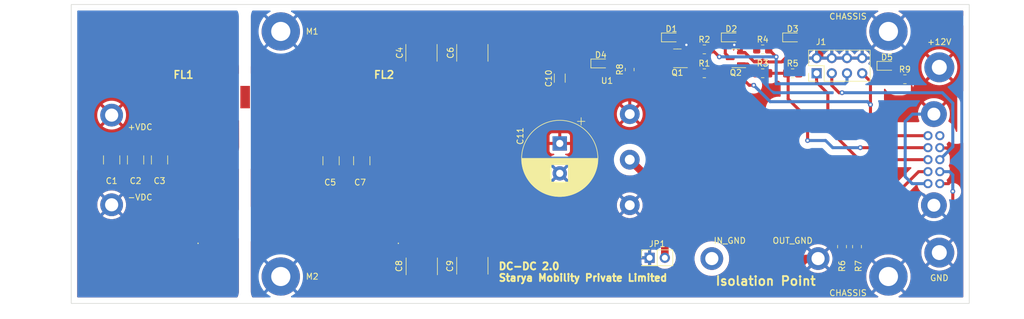
<source format=kicad_pcb>
(kicad_pcb (version 20211014) (generator pcbnew)
  (title_block (rev "1.1"))
  (layers (0 "F.Cu" signal) (31 "B.Cu" signal) (34 "B.Paste" user) (35 "F.Paste" user) (36 "B.SilkS" user "B.Silkscreen") (37 "F.SilkS" user "F.Silkscreen") (38 "B.Mask" user) (39 "F.Mask" user) (44 "Edge.Cuts" user))
  (net 0 "")
  (net 1 "+VDC")
  (net 2 "-VDC")
  (net 3 "Net-(C5-Pad1)")
  (net 4 "GNDREF")
  (net 5 "Net-(C5-Pad2)")
  (net 6 "VIN")
  (net 7 "GND")
  (net 8 "+12V")
  (net 9 "Net-(D1-Pad2)")
  (net 10 "Net-(D2-Pad2)")
  (net 11 "Net-(D1-Pad1)")
  (net 12 "Net-(D3-Pad2)")
  (net 13 "Net-(D2-Pad1)")
  (net 14 "Net-(D4-Pad2)")
  (net 15 "SMB_ALERT")
  (net 16 "+3V3")
  (net 17 "Net-(D5-Pad2)")
  (net 18 "Net-(J1-Pad1)")
  (net 19 "~{EN}")
  (net 20 "Net-(Q1-Pad1)")
  (net 21 "Net-(J1-Pad3)")
  (net 24 "P_GOOD")
  (net 30 "Net-(R6-Pad1)")
  (net 31 "Net-(R7-Pad1)")
  (net 32 "Net-(Q2-Pad1)")
  (footprint "Capacitor_SMD:C_2220_5650Metric_Pad1.97x5.40mm_HandSolder" (layer "F.Cu") (at 78.55 104.3 -90)
    (fp_text reference "C8" (at -0.05 3.8 90) (layer "F.SilkS"))
    (fp_text value "GRM55DR72J224KW01L")
    (pad "1" smd roundrect (at -2.6375 0 270) (size 1.975 5.4) (layers "F.Cu" "F.Paste" "F.Mask") (roundrect_rratio 0.1265817722) (net 5 "Net-(C5-Pad2)"))
    (pad "2" smd roundrect (at 2.6375 0 270) (size 1.975 5.4) (layers "F.Cu" "F.Paste" "F.Mask") (roundrect_rratio 0.1265817722) (net 4 "GNDREF"))
  )
  (footprint "MountingHole:MountingHole_2.2mm_M2_DIN965_Pad_TopBottom" (layer "F.Cu") (at 26.75 79)
    (fp_text reference "+VDC" (at 4.75 2) (layer "F.SilkS"))
    (fp_text value "MountingHole_2.2mm_M2_DIN965_Pad_TopBottom")
    (pad "1" connect circle (at 0 0) (size 3.8 3.8) (layers "B.Cu" "B.Mask") (net 1 "+VDC"))
    (pad "1" connect circle (at 0 0) (size 3.8 3.8) (layers "F.Cu" "F.Mask") (net 1 "+VDC"))
    (pad "1" thru_hole circle (at 0 0) (size 2.6 2.6) (drill 2.2) (layers *.Cu *.Mask) (net 1 "+VDC"))
  )
  (footprint "MountingHole:MountingHole_2.5mm_Pad_TopBottom" (layer "F.Cu") (at 165 102)
    (fp_text reference "GND" (at 0 4.25) (layer "F.SilkS"))
    (fp_text value "MountingHole_2.5mm_Pad_TopBottom")
    (pad "1" connect circle (at 0 0) (size 5 5) (layers "F.Cu" "F.Mask") (net 4 "GNDREF"))
    (pad "1" connect circle (at 0 0) (size 5 5) (layers "B.Cu" "B.Mask") (net 4 "GNDREF"))
    (pad "1" thru_hole circle (at 0 0) (size 2.9 2.9) (drill 2.5) (layers *.Cu *.Mask) (net 4 "GNDREF"))
  )
  (footprint "Capacitor_SMD:C_1210_3225Metric_Pad1.33x2.70mm_HandSolder" (layer "F.Cu") (at 63.4 86.635 -90)
    (fp_text reference "C5" (at 3.615 0.15 180) (layer "F.SilkS"))
    (fp_text value "GRM32ER72A105KA01L")
    (pad "1" smd roundrect (at -1.5625 0 270) (size 1.325 2.7) (layers "F.Cu" "F.Paste" "F.Mask") (roundrect_rratio 0.1886792453) (net 3 "Net-(C5-Pad1)"))
    (pad "2" smd roundrect (at 1.5625 0 270) (size 1.325 2.7) (layers "F.Cu" "F.Paste" "F.Mask") (roundrect_rratio 0.1886792453) (net 5 "Net-(C5-Pad2)"))
  )
  (footprint "PH9407_504NLT:PH9407_504NLT" (layer "F.Cu") (at 49.05 86.36)
    (fp_text reference "FL1" (at -10.3 -14.11) (layer "F.SilkS") (effects (font (size 1.27 1.27) (thickness 0.254))))
    (fp_text value "PH9407.504NLT" hide)
    (pad "1" smd rect (at -7.875 10.875) (size 1.6 3.75) (layers "F.Cu" "F.Paste" "F.Mask"))
    (pad "2" smd rect (at -5.08 10.875) (size 1.6 3.75) (layers "F.Cu" "F.Paste" "F.Mask") (net 2 "-VDC"))
    (pad "3" smd rect (at -2.285 10.875) (size 1.6 3.75) (layers "F.Cu" "F.Paste" "F.Mask") (net 2 "-VDC"))
    (pad "4" smd rect (at 2.285 10.875) (size 1.6 3.75) (layers "F.Cu" "F.Paste" "F.Mask"))
    (pad "5" smd rect (at 5.08 10.875) (size 1.6 3.75) (layers "F.Cu" "F.Paste" "F.Mask") (net 5 "Net-(C5-Pad2)"))
    (pad "6" smd rect (at 7.875 10.875) (size 1.6 3.75) (layers "F.Cu" "F.Paste" "F.Mask") (net 5 "Net-(C5-Pad2)"))
    (pad "7" smd rect (at 6.35 -10.375) (size 1.6 3.75) (layers "F.Cu" "F.Paste" "F.Mask") (net 3 "Net-(C5-Pad1)"))
    (pad "8" smd rect (at 3.175 -10.375) (size 1.6 3.75) (layers "F.Cu" "F.Paste" "F.Mask") (net 3 "Net-(C5-Pad1)"))
    (pad "9" smd rect (at 0 -10.375) (size 1.6 3.75) (layers "F.Cu" "F.Paste" "F.Mask"))
    (pad "10" smd rect (at -3.175 -10.375) (size 1.6 3.75) (layers "F.Cu" "F.Paste" "F.Mask") (net 1 "+VDC"))
    (pad "11" smd rect (at -6.35 -10.375) (size 1.6 3.75) (layers "F.Cu" "F.Paste" "F.Mask") (net 1 "+VDC"))
  )
  (footprint "Capacitor_SMD:C_2220_5650Metric_Pad1.97x5.40mm_HandSolder" (layer "F.Cu") (at 78.5 68.58 90)
    (fp_text reference "C4" (at 0 -3.65 90) (layer "F.SilkS"))
    (fp_text value "GRM55DR72J224KW01L")
    (pad "1" smd roundrect (at -2.6375 0 90) (size 1.975 5.4) (layers "F.Cu" "F.Paste" "F.Mask") (roundrect_rratio 0.1265817722) (net 3 "Net-(C5-Pad1)"))
    (pad "2" smd roundrect (at 2.6375 0 90) (size 1.975 5.4) (layers "F.Cu" "F.Paste" "F.Mask") (roundrect_rratio 0.1265817722) (net 4 "GNDREF"))
  )
  (footprint "MountingHole:MountingHole_2.2mm_M2_DIN965_Pad_TopBottom" (layer "F.Cu") (at 144.75 103)
    (fp_text reference "OUT_GND" (at -4.25 -3) (layer "F.SilkS"))
    (fp_text value "MountingHole_2.2mm_M2_DIN965_Pad_TopBottom")
    (pad "1" connect circle (at 0 0) (size 3.8 3.8) (layers "F.Cu" "F.Mask") (net 4 "GNDREF"))
    (pad "1" connect circle (at 0 0) (size 3.8 3.8) (layers "B.Cu" "B.Mask") (net 4 "GNDREF"))
    (pad "1" thru_hole circle (at 0 0) (size 2.6 2.6) (drill 2.2) (layers *.Cu *.Mask) (net 4 "GNDREF"))
  )
  (footprint "Connector_PinHeader_2.54mm:PinHeader_2x04_P2.54mm_Vertical" (layer "F.Cu") (at 144.5 72 90)
    (fp_text reference "J1" (at 5.25 0.75 180) (layer "F.SilkS"))
    (fp_text value "PMBUS")
    (pad "1" thru_hole rect (at 0 0 90) (size 1.7 1.7) (drill 1) (layers *.Cu *.Mask) (net 18 "Net-(J1-Pad1)"))
    (pad "2" thru_hole oval (at 2.54 0 90) (size 1.7 1.7) (drill 1) (layers *.Cu *.Mask) (net 4 "GNDREF"))
    (pad "3" thru_hole oval (at 0 2.54 90) (size 1.7 1.7) (drill 1) (layers *.Cu *.Mask) (net 21 "Net-(J1-Pad3)"))
    (pad "4" thru_hole oval (at 2.54 2.54 90) (size 1.7 1.7) (drill 1) (layers *.Cu *.Mask) (net 4 "GNDREF"))
    (pad "5" thru_hole oval (at 0 5.08 90) (size 1.7 1.7) (drill 1) (layers *.Cu *.Mask) (net 16 "+3V3"))
    (pad "6" thru_hole oval (at 2.54 5.08 90) (size 1.7 1.7) (drill 1) (layers *.Cu *.Mask) (net 4 "GNDREF"))
    (pad "7" thru_hole oval (at 0 7.62 90) (size 1.7 1.7) (drill 1) (layers *.Cu *.Mask) (net 15 "SMB_ALERT"))
    (pad "8" thru_hole oval (at 2.54 7.62 90) (size 1.7 1.7) (drill 1) (layers *.Cu *.Mask) (net 4 "GNDREF"))
  )
  (footprint "Resistor_SMD:R_0805_2012Metric_Pad1.20x1.40mm_HandSolder" (layer "F.Cu") (at 148.75 101 -90)
    (fp_text reference "R6" (at 3.25 0 90) (layer "F.SilkS"))
    (fp_text value "47k")
    (pad "1" smd roundrect (at -1 0 270) (size 1.2 1.4) (layers "F.Cu" "F.Paste" "F.Mask") (roundrect_rratio 0.2083333333) (net 30 "Net-(R6-Pad1)"))
    (pad "2" smd roundrect (at 1 0 270) (size 1.2 1.4) (layers "F.Cu" "F.Paste" "F.Mask") (roundrect_rratio 0.2083333333) (net 4 "GNDREF"))
  )
  (footprint "Capacitor_SMD:C_2220_5650Metric_Pad1.97x5.40mm_HandSolder" (layer "F.Cu") (at 87 104.2 -90)
    (fp_text reference "C9" (at 0.05 3.75 90) (layer "F.SilkS"))
    (fp_text value "GRM55DR72J224KW01L")
    (pad "1" smd roundrect (at -2.6375 0 270) (size 1.975 5.4) (layers "F.Cu" "F.Paste" "F.Mask") (roundrect_rratio 0.1265817722) (net 5 "Net-(C5-Pad2)"))
    (pad "2" smd roundrect (at 2.6375 0 270) (size 1.975 5.4) (layers "F.Cu" "F.Paste" "F.Mask") (roundrect_rratio 0.1265817722) (net 4 "GNDREF"))
  )
  (footprint "PH9407_504NLT:PH9407_504NLT" (layer "F.Cu") (at 82.5 86.36)
    (fp_text reference "FL2" (at -10.25 -14.11) (layer "F.SilkS") (effects (font (size 1.27 1.27) (thickness 0.254))))
    (fp_text value "PH9407.504NLT" hide)
    (pad "1" smd rect (at -7.875 10.875) (size 1.6 3.75) (layers "F.Cu" "F.Paste" "F.Mask"))
    (pad "2" smd rect (at -5.08 10.875) (size 1.6 3.75) (layers "F.Cu" "F.Paste" "F.Mask") (net 5 "Net-(C5-Pad2)"))
    (pad "3" smd rect (at -2.285 10.875) (size 1.6 3.75) (layers "F.Cu" "F.Paste" "F.Mask") (net 5 "Net-(C5-Pad2)"))
    (pad "4" smd rect (at 2.285 10.875) (size 1.6 3.75) (layers "F.Cu" "F.Paste" "F.Mask"))
    (pad "5" smd rect (at 5.08 10.875) (size 1.6 3.75) (layers "F.Cu" "F.Paste" "F.Mask") (net 4 "GNDREF"))
    (pad "6" smd rect (at 7.875 10.875) (size 1.6 3.75) (layers "F.Cu" "F.Paste" "F.Mask") (net 4 "GNDREF"))
    (pad "7" smd rect (at 6.35 -10.375) (size 1.6 3.75) (layers "F.Cu" "F.Paste" "F.Mask") (net 6 "VIN"))
    (pad "8" smd rect (at 3.175 -10.375) (size 1.6 3.75) (layers "F.Cu" "F.Paste" "F.Mask") (net 6 "VIN"))
    (pad "9" smd rect (at 0 -10.375) (size 1.6 3.75) (layers "F.Cu" "F.Paste" "F.Mask"))
    (pad "10" smd rect (at -3.175 -10.375) (size 1.6 3.75) (layers "F.Cu" "F.Paste" "F.Mask") (net 3 "Net-(C5-Pad1)"))
    (pad "11" smd rect (at -6.35 -10.375) (size 1.6 3.75) (layers "F.Cu" "F.Paste" "F.Mask") (net 3 "Net-(C5-Pad1)"))
  )
  (footprint "Resistor_SMD:R_0805_2012Metric_Pad1.20x1.40mm_HandSolder" (layer "F.Cu") (at 113.284 71.374 90)
    (fp_text reference "R8" (at 0 -1.65 90) (layer "F.SilkS"))
    (fp_text value "20k")
    (pad "1" smd roundrect (at -1 0 90) (size 1.2 1.4) (layers "F.Cu" "F.Paste" "F.Mask") (roundrect_rratio 0.2083333333) (net 6 "VIN"))
    (pad "2" smd roundrect (at 1 0 90) (size 1.2 1.4) (layers "F.Cu" "F.Paste" "F.Mask") (roundrect_rratio 0.2083333333) (net 14 "Net-(D4-Pad2)"))
  )
  (footprint "Capacitor_SMD:C_1210_3225Metric_Pad1.33x2.70mm_HandSolder" (layer "F.Cu") (at 68.53 86.6325 -90)
    (fp_text reference "C7" (at 3.6175 0.28 180) (layer "F.SilkS"))
    (fp_text value "GRM32ER72A105KA01L")
    (pad "1" smd roundrect (at -1.5625 0 270) (size 1.325 2.7) (layers "F.Cu" "F.Paste" "F.Mask") (roundrect_rratio 0.1886792453) (net 3 "Net-(C5-Pad1)"))
    (pad "2" smd roundrect (at 1.5625 0 270) (size 1.325 2.7) (layers "F.Cu" "F.Paste" "F.Mask") (roundrect_rratio 0.1886792453) (net 5 "Net-(C5-Pad2)"))
  )
  (footprint "Resistor_SMD:R_0805_2012Metric_Pad1.20x1.40mm_HandSolder" (layer "F.Cu") (at 140.5 72)
    (fp_text reference "R5" (at 0 -1.65) (layer "F.SilkS"))
    (fp_text value "220")
    (pad "1" smd roundrect (at -1 0) (size 1.2 1.4) (layers "F.Cu" "F.Paste" "F.Mask") (roundrect_rratio 0.2083333333) (net 24 "P_GOOD"))
    (pad "2" smd roundrect (at 1 0) (size 1.2 1.4) (layers "F.Cu" "F.Paste" "F.Mask") (roundrect_rratio 0.2083333333) (net 12 "Net-(D3-Pad2)"))
  )
  (footprint "Resistor_SMD:R_0805_2012Metric_Pad1.20x1.40mm_HandSolder" (layer "F.Cu") (at 125.75 72)
    (fp_text reference "R1" (at 0 -1.65) (layer "F.SilkS"))
    (fp_text value "10k")
    (pad "1" smd roundrect (at -1 0) (size 1.2 1.4) (layers "F.Cu" "F.Paste" "F.Mask") (roundrect_rratio 0.2083333333) (net 20 "Net-(Q1-Pad1)"))
    (pad "2" smd roundrect (at 1 0) (size 1.2 1.4) (layers "F.Cu" "F.Paste" "F.Mask") (roundrect_rratio 0.2083333333) (net 15 "SMB_ALERT"))
  )
  (footprint "Resistor_SMD:R_0805_2012Metric_Pad1.20x1.40mm_HandSolder" (layer "F.Cu") (at 159.25 73)
    (fp_text reference "R9" (at 0 -1.65) (layer "F.SilkS"))
    (fp_text value "2k")
    (pad "1" smd roundrect (at -1 0) (size 1.2 1.4) (layers "F.Cu" "F.Paste" "F.Mask") (roundrect_rratio 0.2083333333) (net 17 "Net-(D5-Pad2)"))
    (pad "2" smd roundrect (at 1 0) (size 1.2 1.4) (layers "F.Cu" "F.Paste" "F.Mask") (roundrect_rratio 0.2083333333) (net 8 "+12V"))
  )
  (footprint "dbe:DBE0125V2NBC" (layer "F.Cu") (at 108.72125 74.26125)
    (fp_text reference "U1" (at 0.77875 -1.01125 unlocked) (layer "F.SilkS"))
    (fp_text value "DBE0125V2NBC")
    (pad "1" thru_hole circle (at 4.572 4.572) (size 3.302 3.302) (drill 1.651) (layers *.Cu *.Mask) (net 6 "VIN"))
    (pad "2" thru_hole circle (at 4.572 12.192) (size 3.302 3.302) (drill 1.651) (layers *.Cu *.Mask) (net 19 "~{EN}"))
    (pad "4" thru_hole circle (at 4.572 19.812) (size 3.302 3.302) (drill 1.651) (layers *.Cu *.Mask) (net 4 "GNDREF"))
    (pad "5" thru_hole circle (at 55.372 19.812) (size 4.318 4.318) (drill 2.159) (layers *.Cu *.Mask) (net 4 "GNDREF"))
    (pad "6" thru_hole circle (at 54.3814 16.2052) (size 1.524 1.524) (drill 0.889) (layers *.Cu *.Mask) (net 8 "+12V"))
    (pad "7" thru_hole circle (at 56.3626 16.2052) (size 1.524 1.524) (drill 0.889) (layers *.Cu *.Mask) (net 4 "GNDREF"))
    (pad "8" thru_hole circle (at 54.3814 14.1986) (size 1.524 1.524) (drill 0.889) (layers *.Cu *.Mask) (net 30 "Net-(R6-Pad1)"))
    (pad "9" thru_hole circle (at 56.3626 14.1986) (size 1.524 1.524) (drill 0.889) (layers *.Cu *.Mask) (net 31 "Net-(R7-Pad1)"))
    (pad "10" thru_hole circle (at 54.3814 12.192) (size 1.524 1.524) (drill 0.889) (layers *.Cu *.Mask) (net 18 "Net-(J1-Pad1)"))
    (pad "11" thru_hole circle (at 56.3626 12.192) (size 1.524 1.524) (drill 0.889) (layers *.Cu *.Mask) (net 21 "Net-(J1-Pad3)"))
    (pad "12" thru_hole circle (at 54.3814 10.1854) (size 1.524 1.524) (drill 0.889) (layers *.Cu *.Mask) (net 24 "P_GOOD"))
    (pad "13" thru_hole circle (at 56.3626 10.1854) (size 1.524 1.524) (drill 0.889) (layers *.Cu *.Mask) (net 4 "GNDREF"))
    (pad "14" thru_hole circle (at 54.3814 8.1788) (size 1.524 1.524) (drill 0.889) (layers *.Cu *.Mask) (net 15 "SMB_ALERT"))
    (pad "15" thru_hole circle (at 56.3626 8.1788) (size 1.524 1.524) (drill 0.889) (layers *.Cu *.Mask))
    (pad "16" thru_hole circle (at 55.372 4.572) (size 4.318 4.318) (drill 2.159) (layers *.Cu *.Mask) (net 8 "+12V"))
  )
  (footprint "MountingHole:MountingHole_3.2mm_M3_Pad_TopBottom" (layer "F.Cu") (at 55 65)
    (fp_text reference "M1" (at 5.25 0) (layer "F.SilkS"))
    (fp_text value "MountingHole_3.2mm_M3_Pad_TopBottom")
    (pad "1" connect circle (at 0 0) (size 6.4 6.4) (layers "F.Cu" "F.Mask"))
    (pad "1" thru_hole circle (at 0 0) (size 3.6 3.6) (drill 3.2) (layers *.Cu *.Mask) (net 4 "GNDREF"))
    (pad "1" connect circle (at 0 0) (size 6.4 6.4) (layers "B.Cu" "B.Mask") (net 4 "GNDREF"))
  )
  (footprint "Resistor_SMD:R_0805_2012Metric_Pad1.20x1.40mm_HandSolder" (layer "F.Cu") (at 135.5 68)
    (fp_text reference "R4" (at 0 -1.65) (layer "F.SilkS"))
    (fp_text value "1k")
    (pad "1" smd roundrect (at -1 0) (size 1.2 1.4) (layers "F.Cu" "F.Paste" "F.Mask") (roundrect_rratio 0.2083333333) (net 10 "Net-(D2-Pad2)"))
    (pad "2" smd roundrect (at 1 0) (size 1.2 1.4) (layers "F.Cu" "F.Paste" "F.Mask") (roundrect_rratio 0.2083333333) (net 16 "+3V3"))
  )
  (footprint "Capacitor_SMD:C_1210_3225Metric_Pad1.33x2.70mm_HandSolder" (layer "F.Cu") (at 26.75 86.5 -90)
    (fp_text reference "C1" (at 3.5 0 180) (layer "F.SilkS"))
    (fp_text value "GRM32ER72A105KA01L")
    (pad "1" smd roundrect (at -1.5625 0 270) (size 1.325 2.7) (layers "F.Cu" "F.Paste" "F.Mask") (roundrect_rratio 0.1886792453) (net 1 "+VDC"))
    (pad "2" smd roundrect (at 1.5625 0 270) (size 1.325 2.7) (layers "F.Cu" "F.Paste" "F.Mask") (roundrect_rratio 0.1886792453) (net 2 "-VDC"))
  )
  (footprint "Capacitor_SMD:C_1210_3225Metric_Pad1.33x2.70mm_HandSolder" (layer "F.Cu") (at 34.75 86.5 -90)
    (fp_text reference "C3" (at 3.5 0 180) (layer "F.SilkS"))
    (fp_text value "GRM32ER72A105KA01L")
    (pad "1" smd roundrect (at -1.5625 0 270) (size 1.325 2.7) (layers "F.Cu" "F.Paste" "F.Mask") (roundrect_rratio 0.1886792453) (net 1 "+VDC"))
    (pad "2" smd roundrect (at 1.5625 0 270) (size 1.325 2.7) (layers "F.Cu" "F.Paste" "F.Mask") (roundrect_rratio 0.1886792453) (net 2 "-VDC"))
  )
  (footprint "Connector_PinHeader_2.54mm:PinHeader_2x01_P2.54mm_Vertical" (layer "F.Cu") (at 116.61 102.87)
    (fp_text reference "JP1" (at 1.27 -2.33) (layer "F.SilkS"))
    (fp_text value "On/OFF")
    (pad "1" thru_hole rect (at 0 0) (size 1.7 1.7) (drill 1) (layers *.Cu *.Mask) (net 4 "GNDREF"))
    (pad "2" thru_hole oval (at 2.54 0) (size 1.7 1.7) (drill 1) (layers *.Cu *.Mask) (net 19 "~{EN}"))
  )
  (footprint "Resistor_SMD:R_0805_2012Metric_Pad1.20x1.40mm_HandSolder" (layer "F.Cu") (at 135.5 72)
    (fp_text reference "R3" (at 0 -1.65) (layer "F.SilkS"))
    (fp_text value "10k")
    (pad "1" smd roundrect (at -1 0) (size 1.2 1.4) (layers "F.Cu" "F.Paste" "F.Mask") (roundrect_rratio 0.2083333333) (net 32 "Net-(Q2-Pad1)"))
    (pad "2" smd roundrect (at 1 0) (size 1.2 1.4) (layers "F.Cu" "F.Paste" "F.Mask") (roundrect_rratio 0.2083333333) (net 24 "P_GOOD"))
  )
  (footprint "MountingHole:MountingHole_2.5mm_Pad_TopBottom" (layer "F.Cu") (at 165 71)
    (fp_text reference "+12V" (at 0 -4.25) (layer "F.SilkS"))
    (fp_text value "MountingHole_2.5mm_Pad_TopBottom")
    (pad "1" connect circle (at 0 0) (size 5 5) (layers "F.Cu" "F.Mask") (net 8 "+12V"))
    (pad "1" thru_hole circle (at 0 0) (size 2.9 2.9) (drill 2.5) (layers *.Cu *.Mask) (net 8 "+12V"))
    (pad "1" connect circle (at 0 0) (size 5 5) (layers "B.Cu" "B.Mask") (net 8 "+12V"))
  )
  (footprint "LED_SMD:LED_0603_1608Metric_Pad1.05x0.95mm_HandSolder" (layer "F.Cu") (at 156.25 70.75)
    (fp_text reference "D5" (at 0 -1.43) (layer "F.SilkS"))
    (fp_text value "Green")
    (pad "1" smd roundrect (at -0.875 0) (size 1.05 0.95) (layers "F.Cu" "F.Paste" "F.Mask") (net 4 "GNDREF"))
    (pad "2" smd roundrect (at 0.875 0) (size 1.05 0.95) (layers "F.Cu" "F.Paste" "F.Mask") (net 17 "Net-(D5-Pad2)"))
  )
  (footprint "MountingHole:MountingHole_2.2mm_M2_DIN965_Pad_TopBottom" (layer "F.Cu") (at 26.75 94)
    (fp_text reference "-VDC" (at 4.75 -1.25) (layer "F.SilkS"))
    (fp_text value "MountingHole_2.2mm_M2_DIN965_Pad_TopBottom")
    (pad "1" connect circle (at 0 0) (size 3.8 3.8) (layers "B.Cu" "B.Mask") (net 2 "-VDC"))
    (pad "1" thru_hole circle (at 0 0) (size 2.6 2.6) (drill 2.2) (layers *.Cu *.Mask) (net 2 "-VDC"))
    (pad "1" connect circle (at 0 0) (size 3.8 3.8) (layers "F.Cu" "F.Mask") (net 2 "-VDC"))
  )
  (footprint "MountingHole:MountingHole_3.2mm_M3_Pad_TopBottom" (layer "F.Cu") (at 156.5 65)
    (fp_text reference "CHASSIS" (at -6.75 -2.5) (layer "F.SilkS"))
    (fp_text value "MountingHole_3.2mm_M3_Pad_TopBottom")
    (pad "1" connect circle (at 0 0) (size 6.4 6.4) (layers "F.Cu" "F.Mask") (net 4 "GNDREF"))
    (pad "1" thru_hole circle (at 0 0) (size 3.6 3.6) (drill 3.2) (layers *.Cu *.Mask) (net 4 "GNDREF"))
    (pad "1" connect circle (at 0 0) (size 6.4 6.4) (layers "B.Cu" "B.Mask") (net 4 "GNDREF"))
  )
  (footprint "MountingHole:MountingHole_3.2mm_M3_Pad_TopBottom" (layer "F.Cu") (at 55 106)
    (fp_text reference "M2" (at 5.25 0) (layer "F.SilkS"))
    (fp_text value "MountingHole_3.2mm_M3_Pad_TopBottom")
    (pad "1" connect circle (at 0 0) (size 6.4 6.4) (layers "B.Cu" "B.Mask") (net 4 "GNDREF"))
    (pad "1" connect circle (at 0 0) (size 6.4 6.4) (layers "F.Cu" "F.Mask"))
    (pad "1" thru_hole circle (at 0 0) (size 3.6 3.6) (drill 3.2) (layers *.Cu *.Mask))
  )
  (footprint "LED_SMD:LED_0603_1608Metric_Pad1.05x0.95mm_HandSolder" (layer "F.Cu") (at 130.25 66)
    (fp_text reference "D2" (at 0 -1.43) (layer "F.SilkS"))
    (fp_text value "Amber")
    (pad "1" smd roundrect (at -0.875 0) (size 1.05 0.95) (layers "F.Cu" "F.Paste" "F.Mask") (net 13 "Net-(D2-Pad1)"))
    (pad "2" smd roundrect (at 0.875 0) (size 1.05 0.95) (layers "F.Cu" "F.Paste" "F.Mask") (net 10 "Net-(D2-Pad2)"))
  )
  (footprint "Capacitor_SMD:C_1206_3216Metric_Pad1.33x1.80mm_HandSolder" (layer "F.Cu") (at 101.6 72.8125 90)
    (fp_text reference "C10" (at -0.042 -1.85 90) (layer "F.SilkS"))
    (fp_text value "GRM319R72A104KA01D")
    (pad "1" smd roundrect (at -1.5625 0 90) (size 1.325 1.8) (layers "F.Cu" "F.Paste" "F.Mask") (roundrect_rratio 0.1886792453) (net 6 "VIN"))
    (pad "2" smd roundrect (at 1.5625 0 90) (size 1.325 1.8) (layers "F.Cu" "F.Paste" "F.Mask") (roundrect_rratio 0.1886792453) (net 4 "GNDREF"))
  )
  (footprint "LED_SMD:LED_0603_1608Metric_Pad1.05x0.95mm_HandSolder" (layer "F.Cu") (at 108.458 70.358)
    (fp_text reference "D4" (at 0 -1.43) (layer "F.SilkS"))
    (fp_text value "Red")
    (pad "1" smd roundrect (at -0.875 0) (size 1.05 0.95) (layers "F.Cu" "F.Paste" "F.Mask") (net 4 "GNDREF"))
    (pad "2" smd roundrect (at 0.875 0) (size 1.05 0.95) (layers "F.Cu" "F.Paste" "F.Mask") (net 14 "Net-(D4-Pad2)"))
  )
  (footprint "LED_SMD:LED_0603_1608Metric_Pad1.05x0.95mm_HandSolder" (layer "F.Cu") (at 120.25 66)
    (fp_text reference "D1" (at 0 -1.43) (layer "F.SilkS"))
    (fp_text value "Amber")
    (pad "1" smd roundrect (at -0.875 0) (size 1.05 0.95) (layers "F.Cu" "F.Paste" "F.Mask") (net 11 "Net-(D1-Pad1)"))
    (pad "2" smd roundrect (at 0.875 0) (size 1.05 0.95) (layers "F.Cu" "F.Paste" "F.Mask") (net 9 "Net-(D1-Pad2)"))
  )
  (footprint "Capacitor_SMD:C_1210_3225Metric_Pad1.33x2.70mm_HandSolder" (layer "F.Cu") (at 30.75 86.5 -90)
    (fp_text reference "C2" (at 3.5 0 180) (layer "F.SilkS"))
    (fp_text value "GRM32ER72A105KA01L")
    (pad "1" smd roundrect (at -1.5625 0 270) (size 1.325 2.7) (layers "F.Cu" "F.Paste" "F.Mask") (roundrect_rratio 0.1886792453) (net 1 "+VDC"))
    (pad "2" smd roundrect (at 1.5625 0 270) (size 1.325 2.7) (layers "F.Cu" "F.Paste" "F.Mask") (roundrect_rratio 0.1886792453) (net 2 "-VDC"))
  )
  (footprint "MountingHole:MountingHole_2.2mm_M2_DIN965_Pad_TopBottom" (layer "F.Cu") (at 127 103)
    (fp_text reference "IN_GND" (at 3 -3) (layer "F.SilkS"))
    (fp_text value "MountingHole_2.2mm_M2_DIN965_Pad_TopBottom")
    (pad "1" connect circle (at 0 0) (size 3.8 3.8) (layers "B.Cu" "B.Mask") (net 7 "GND"))
    (pad "1" thru_hole circle (at 0 0) (size 2.6 2.6) (drill 2.2) (layers *.Cu *.Mask) (net 7 "GND"))
    (pad "1" connect circle (at 0 0) (size 3.8 3.8) (layers "F.Cu" "F.Mask") (net 7 "GND"))
  )
  (footprint "Capacitor_THT:CP_Radial_D12.5mm_P5.00mm" (layer "F.Cu") (at 101.6 83.74 -90)
    (fp_text reference "C11" (at -1.24 6.6 90) (layer "F.SilkS"))
    (fp_text value "UHE2A221MHD")
    (pad "1" thru_hole rect (at 0 0 270) (size 2.4 2.4) (drill 1.2) (layers *.Cu *.Mask) (net 6 "VIN"))
    (pad "2" thru_hole circle (at 5 0 270) (size 2.4 2.4) (drill 1.2) (layers *.Cu *.Mask) (net 4 "GNDREF"))
  )
  (footprint "Resistor_SMD:R_0805_2012Metric_Pad1.20x1.40mm_HandSolder" (layer "F.Cu") (at 151.25 101 -90)
    (fp_text reference "R7" (at 3.25 -0.25 90) (layer "F.SilkS"))
    (fp_text value "47k")
    (pad "1" smd roundrect (at -1 0 270) (size 1.2 1.4) (layers "F.Cu" "F.Paste" "F.Mask") (roundrect_rratio 0.2083333333) (net 31 "Net-(R7-Pad1)"))
    (pad "2" smd roundrect (at 1 0 270) (size 1.2 1.4) (layers "F.Cu" "F.Paste" "F.Mask") (roundrect_rratio 0.2083333333) (net 4 "GNDREF"))
  )
  (footprint "MountingHole:MountingHole_3.2mm_M3_Pad_TopBottom" (layer "F.Cu") (at 156.5 106)
    (fp_text reference "CHASSIS" (at -6.75 2.75) (layer "F.SilkS"))
    (fp_text value "MountingHole_3.2mm_M3_Pad_TopBottom")
    (pad "1" connect circle (at 0 0) (size 6.4 6.4) (layers "B.Cu" "B.Mask") (net 4 "GNDREF"))
    (pad "1" thru_hole circle (at 0 0) (size 3.6 3.6) (drill 3.2) (layers *.Cu *.Mask) (net 4 "GNDREF"))
    (pad "1" connect circle (at 0 0) (size 6.4 6.4) (layers "F.Cu" "F.Mask") (net 4 "GNDREF"))
  )
  (footprint "LED_SMD:LED_0603_1608Metric_Pad1.05x0.95mm_HandSolder" (layer "F.Cu") (at 140.5 66)
    (fp_text reference "D3" (at 0 -1.43) (layer "F.SilkS"))
    (fp_text value "Amber")
    (pad "1" smd roundrect (at -0.875 0) (size 1.05 0.95) (layers "F.Cu" "F.Paste" "F.Mask") (net 4 "GNDREF"))
    (pad "2" smd roundrect (at 0.875 0) (size 1.05 0.95) (layers "F.Cu" "F.Paste" "F.Mask") (net 12 "Net-(D3-Pad2)"))
  )
  (footprint "Resistor_SMD:R_0805_2012Metric_Pad1.20x1.40mm_HandSolder" (layer "F.Cu") (at 125.75 68)
    (fp_text reference "R2" (at 0 -1.65) (layer "F.SilkS"))
    (fp_text value "1k")
    (pad "1" smd roundrect (at -1 0) (size 1.2 1.4) (layers "F.Cu" "F.Paste" "F.Mask") (roundrect_rratio 0.2083333333) (net 9 "Net-(D1-Pad2)"))
    (pad "2" smd roundrect (at 1 0) (size 1.2 1.4) (layers "F.Cu" "F.Paste" "F.Mask") (roundrect_rratio 0.2083333333) (net 16 "+3V3"))
  )
  (footprint "Capacitor_SMD:C_2220_5650Metric_Pad1.97x5.40mm_HandSolder" (layer "F.Cu") (at 87 68.58 90)
    (fp_text reference "C6" (at 0 -3.65 90) (layer "F.SilkS"))
    (fp_text value "GRM55DR72J224KW01L")
    (pad "1" smd roundrect (at -2.6375 0 90) (size 1.975 5.4) (layers "F.Cu" "F.Paste" "F.Mask") (roundrect_rratio 0.1265817722) (net 3 "Net-(C5-Pad1)"))
    (pad "2" smd roundrect (at 2.6375 0 90) (size 1.975 5.4) (layers "F.Cu" "F.Paste" "F.Mask") (roundrect_rratio 0.1265817722) (net 4 "GNDREF"))
  )
  (footprint "Package_TO_SOT_SMD:SOT-23" (layer "F.Cu") (at 131 69.5 180)
    (fp_text reference "Q2" (at 0 -2.4) (layer "F.SilkS"))
    (fp_text value "MMBT3904")
    (pad "1" smd roundrect (at -0.9375 -0.95 180) (size 1.475 0.6) (layers "F.Cu" "F.Paste" "F.Mask") (net 32 "Net-(Q2-Pad1)"))
    (pad "2" smd roundrect (at -0.9375 0.95 180) (size 1.475 0.6) (layers "F.Cu" "F.Paste" "F.Mask") (net 4 "GNDREF"))
    (pad "3" smd roundrect (at 0.9375 0 180) (size 1.475 0.6) (layers "F.Cu" "F.Paste" "F.Mask") (net 13 "Net-(D2-Pad1)"))
  )
  (footprint "Package_TO_SOT_SMD:SOT-23" (layer "F.Cu") (at 121.25 69.5 180)
    (fp_text reference "Q1" (at 0 -2.4) (layer "F.SilkS"))
    (fp_text value "MMBT3904")
    (pad "1" smd roundrect (at -0.9375 -0.95 180) (size 1.475 0.6) (layers "F.Cu" "F.Paste" "F.Mask") (net 20 "Net-(Q1-Pad1)"))
    (pad "2" smd roundrect (at -0.9375 0.95 180) (size 1.475 0.6) (layers "F.Cu" "F.Paste" "F.Mask") (net 4 "GNDREF"))
    (pad "3" smd roundrect (at 0.9375 0 180) (size 1.475 0.6) (layers "F.Cu" "F.Paste" "F.Mask") (net 11 "Net-(D1-Pad1)"))
  )
  (gr_rect (start 20 60.5) (end 170 110.5) (layer "Edge.Cuts") (width 0.1) (fill none))
  (gr_text "Isolation Point" (at 136 106.75) (layer "F.SilkS") (effects (font (size 1.5 1.5) (thickness 0.3))))
  (gr_text "DC-DC 2.0\nStarya Mobility Private Limited" (at 91.25 105.25) (layer "F.SilkS") (effects (font (size 1.2 1.2) (thickness 0.3)) (justify left)))
  (segment (start 26.75 84.9375) (end 26.89 84.7975) (width 1.27) (layer "F.Cu") (net 1))
  (segment (start 42.7 75.985) (end 45.875 75.985) (width 1.27) (layer "F.Cu") (net 1))
  (segment (start 26.89 84.7975) (end 34.61 84.7975) (width 1.27) (layer "F.Cu") (net 1))
  (segment (start 34.61 84.7975) (end 34.75 84.9375) (width 1.27) (layer "F.Cu") (net 1))
  (segment (start 43.97 97.235) (end 46.765 97.235) (width 1.27) (layer "F.Cu") (net 2))
  (segment (start 34.6 87.9125) (end 26.9 87.9125) (width 1.27) (layer "F.Cu") (net 2))
  (segment (start 26.9 87.9125) (end 26.75 88.0625) (width 1.27) (layer "F.Cu") (net 2))
  (segment (start 34.75 88.0625) (end 34.6 87.9125) (width 1.27) (layer "F.Cu") (net 2))
  (segment (start 78.5 71.2175) (end 87 71.2175) (width 1.27) (layer "F.Cu") (net 3))
  (segment (start 68.5275 85.0725) (end 68.53 85.07) (width 1.27) (layer "F.Cu") (net 3))
  (segment (start 76.15 75.985) (end 79.325 75.985) (width 1.27) (layer "F.Cu") (net 3))
  (segment (start 52.225 75.985) (end 55.4 75.985) (width 1.27) (layer "F.Cu") (net 3))
  (segment (start 63.4 85.0725) (end 68.5275 85.0725) (width 1.27) (layer "F.Cu") (net 3))
  (segment (start 122.75 67.25) (end 122.25 67.75) (width 0.508) (layer "F.Cu") (net 4))
  (segment (start 165.1067 84.5) (end 166.25 84.5) (width 0.508) (layer "F.Cu") (net 4))
  (segment (start 142.75 103) (end 144.75 103) (width 1.27) (layer "F.Cu") (net 4))
  (segment (start 134.104 70.104) (end 138.646 70.104) (width 0.508) (layer "F.Cu") (net 4))
  (segment (start 78.55 106.9375) (end 86.9 106.9375) (width 1.27) (layer "F.Cu") (net 4))
  (segment (start 88.6925 64.25) (end 143.75 64.25) (width 1.27) (layer "F.Cu") (net 4))
  (segment (start 131.9375 68.55) (end 132.55 68.55) (width 0.508) (layer "F.Cu") (net 4))
  (segment (start 166.53355 90.46645) (end 165.08385 90.46645) (width 0.508) (layer "F.Cu") (net 4))
  (segment (start 138.9125 106.8375) (end 142.75 103) (width 1.27) (layer "F.Cu") (net 4))
  (segment (start 86.9 106.9375) (end 87 106.8375) (width 1.27) (layer "F.Cu") (net 4))
  (segment (start 130.75 67.25) (end 131.9375 68.4375) (width 0.508) (layer "F.Cu") (net 4))
  (segment (start 166.25 84.5) (end 167 85.25) (width 0.508) (layer "F.Cu") (net 4))
  (segment (start 122.25 68.4875) (end 122.1875 68.55) (width 0.508) (layer "F.Cu") (net 4))
  (segment (start 143.75 64.25) (end 145 65.5) (width 1.27) (layer "F.Cu") (net 4))
  (segment (start 131.9375 68.4375) (end 131.9375 68.55) (width 0.508) (layer "F.Cu") (net 4))
  (segment (start 132.55 68.55) (end 134.104 70.104) (width 0.508) (layer "F.Cu") (net 4))
  (segment (start 167 85.25) (end 167 90) (width 0.508) (layer "F.Cu") (net 4))
  (segment (start 87.58 97.235) (end 90.375 97.235) (width 1.27) (layer "F.Cu") (net 4))
  (segment (start 165.05335 84.44665) (end 165.1067 84.5) (width 0.508) (layer "F.Cu") (net 4))
  (segment (start 87 106.8375) (end 138.9125 106.8375) (width 1.27) (layer "F.Cu") (net 4))
  (segment (start 167 90) (end 166.53355 90.46645) (width 0.508) (layer "F.Cu") (net 4))
  (segment (start 87 65.9425) (end 88.6925 64.25) (width 1.27) (layer "F.Cu") (net 4))
  (segment (start 138.646 70.104) (end 139.625 69.125) (width 0.508) (layer "F.Cu") (net 4))
  (segment (start 145 65.5) (end 145 68.96) (width 1.27) (layer "F.Cu") (net 4))
  (segment (start 165.08385 84.44665) (end 165.05335 84.44665) (width 0.508) (layer "F.Cu") (net 4))
  (segment (start 139.625 69.125) (end 139.625 66) (width 0.508) (layer "F.Cu") (net 4))
  (segment (start 122.25 67.75) (end 122.25 68.4875) (width 0.508) (layer "F.Cu") (net 4))
  (segment (start 78.5 65.9425) (end 87 65.9425) (width 1.27) (layer "F.Cu") (net 4))
  (segment (start 145 68.96) (end 144.5 69.46) (width 1.27) (layer "F.Cu") (net 4))
  (via (at 130.75 67.25) (size 0.8) (drill 0.4) (layers "F.Cu" "B.Cu") (net 4))
  (via (at 122.75 67.25) (size 0.8) (drill 0.4) (layers "F.Cu" "B.Cu") (net 4))
  (segment (start 122.75 67.25) (end 130.75 67.25) (width 0.508) (layer "B.Cu") (net 4))
  (segment (start 54.13 97.235) (end 56.925 97.235) (width 1.27) (layer "F.Cu") (net 5))
  (segment (start 77.42 97.235) (end 80.215 97.235) (width 1.27) (layer "F.Cu") (net 5))
  (segment (start 78.55 101.6625) (end 86.9 101.6625) (width 1.27) (layer "F.Cu") (net 5))
  (segment (start 68.5275 88.1975) (end 68.53 88.195) (width 1.27) (layer "F.Cu") (net 5))
  (segment (start 63.4 88.1975) (end 68.5275 88.1975) (width 1.27) (layer "F.Cu") (net 5))
  (segment (start 86.9 101.6625) (end 87 101.5625) (width 1.27) (layer "F.Cu") (net 5))
  (segment (start 113.29325 72.38325) (end 113.29325 78.83325) (width 0.508) (layer "F.Cu") (net 6))
  (segment (start 85.675 75.985) (end 88.85 75.985) (width 1.27) (layer "F.Cu") (net 6))
  (segment (start 113.284 72.374) (end 113.29325 72.38325) (width 0.508) (layer "F.Cu") (net 6))
  (segment (start 161 75.74) (end 164.09325 78.83325) (width 0.508) (layer "F.Cu") (net 8))
  (segment (start 161 73.75) (end 161 75.74) (width 0.508) (layer "F.Cu") (net 8))
  (segment (start 160.25 73) (end 161 73.75) (width 0.508) (layer "F.Cu") (net 8))
  (segment (start 160.46645 90.46645) (end 163.10265 90.46645) (width 0.508) (layer "B.Cu") (net 8))
  (segment (start 159.3 80.05) (end 159.3 89.3) (width 0.508) (layer "B.Cu") (net 8))
  (segment (start 159.3 89.3) (end 160.46645 90.46645) (width 0.508) (layer "B.Cu") (net 8))
  (segment (start 160.51675 78.83325) (end 159.3 80.05) (width 0.508) (layer "B.Cu") (net 8))
  (segment (start 164.09325 78.83325) (end 160.51675 78.83325) (width 0.508) (layer "B.Cu") (net 8))
  (segment (start 122.75 66) (end 124.75 68) (width 0.508) (layer "F.Cu") (net 9))
  (segment (start 121.125 66) (end 122.75 66) (width 0.508) (layer "F.Cu") (net 9))
  (segment (start 131.125 66) (end 134 66) (width 0.508) (layer "F.Cu") (net 10))
  (segment (start 134 66) (end 134.5 66.5) (width 0.508) (layer "F.Cu") (net 10))
  (segment (start 134.5 66.5) (end 134.5 68) (width 0.508) (layer "F.Cu") (net 10))
  (segment (start 120.3125 69.5) (end 119.375 68.5625) (width 0.508) (layer "F.Cu") (net 11))
  (segment (start 119.375 68.5625) (end 119.375 66) (width 0.508) (layer "F.Cu") (net 11))
  (segment (start 141.375 66) (end 141 66.375) (width 0.508) (layer "F.Cu") (net 12))
  (segment (start 141 71.5) (end 141.5 72) (width 0.508) (layer "F.Cu") (net 12))
  (segment (start 141 66.375) (end 141 71.5) (width 0.508) (layer "F.Cu") (net 12))
  (segment (start 129.25 66.125) (end 129.375 66) (width 0.508) (layer "F.Cu") (net 13))
  (segment (start 129.25 68.6875) (end 129.25 66.125) (width 0.508) (layer "F.Cu") (net 13))
  (segment (start 130.0625 69.5) (end 129.25 68.6875) (width 0.508) (layer "F.Cu") (net 13))
  (segment (start 113.268 70.358) (end 113.284 70.374) (width 0.508) (layer "F.Cu") (net 14))
  (segment (start 109.333 70.358) (end 113.268 70.358) (width 0.508) (layer "F.Cu") (net 14))
  (segment (start 152.12 72) (end 153.5 73.38) (width 0.508) (layer "F.Cu") (net 15))
  (segment (start 153.5 73.38) (end 153.5 79.55) (width 0.508) (layer "F.Cu") (net 15))
  (segment (start 153.5 79.55) (end 156.39005 82.44005) (width 0.508) (layer "F.Cu") (net 15))
  (segment (start 131.25 72) (end 133.25 74) (width 0.508) (layer "F.Cu") (net 15))
  (segment (start 126.75 72) (end 131.25 72) (width 0.508) (layer "F.Cu") (net 15))
  (segment (start 156.39005 82.44005) (end 163.10265 82.44005) (width 0.508) (layer "F.Cu") (net 15))
  (segment (start 133.25 74) (end 134 74) (width 0.508) (layer "F.Cu") (net 15))
  (via (at 153.5 77.25) (size 0.8) (drill 0.4) (layers "F.Cu" "B.Cu") (net 15))
  (via (at 134 74) (size 0.8) (drill 0.4) (layers "F.Cu" "B.Cu") (net 15))
  (segment (start 153 76.75) (end 136.75 76.75) (width 0.508) (layer "B.Cu") (net 15))
  (segment (start 153.5 77.25) (end 153 76.75) (width 0.508) (layer "B.Cu") (net 15))
  (segment (start 136.75 76.75) (end 134 74) (width 0.508) (layer "B.Cu") (net 15))
  (segment (start 137.75 69.25) (end 136.5 68) (width 0.508) (layer "F.Cu") (net 16))
  (segment (start 137.75 69.2505) (end 137.75 69.25) (width 0.508) (layer "F.Cu") (net 16))
  (segment (start 126.75 68) (end 127 68) (width 0.508) (layer "F.Cu") (net 16))
  (segment (start 127 68) (end 128.25 69.25) (width 0.508) (layer "F.Cu") (net 16))
  (via (at 137.75 69.2505) (size 0.8) (drill 0.4) (layers "F.Cu" "B.Cu") (net 16))
  (via (at 128.25 69.25) (size 0.8) (drill 0.4) (layers "F.Cu" "B.Cu") (net 16))
  (segment (start 137.75 73.75) (end 149.25 73.75) (width 0.508) (layer "B.Cu") (net 16))
  (segment (start 149.58 73.42) (end 149.58 72) (width 0.508) (layer "B.Cu") (net 16))
  (segment (start 149.25 73.75) (end 149.58 73.42) (width 0.508) (layer "B.Cu") (net 16))
  (segment (start 137.7495 69.25) (end 137.75 69.2505) (width 0.508) (layer "B.Cu") (net 16))
  (segment (start 128.25 69.25) (end 137.7495 69.25) (width 0.508) (layer "B.Cu") (net 16))
  (segment (start 137.75 69.2505) (end 137.75 73.75) (width 0.508) (layer "B.Cu") (net 16))
  (segment (start 158.25 71.875) (end 157.125 70.75) (width 0.508) (layer "F.Cu") (net 17))
  (segment (start 158.25 73) (end 158.25 71.875) (width 0.508) (layer "F.Cu") (net 17))
  (segment (start 151.60325 86.45325) (end 163.10265 86.45325) (width 0.508) (layer "F.Cu") (net 18))
  (segment (start 146.38 75.38) (end 146.38 81.23) (width 0.508) (layer "F.Cu") (net 18))
  (segment (start 146.38 81.23) (end 151.60325 86.45325) (width 0.508) (layer "F.Cu") (net 18))
  (segment (start 144.5 73.5) (end 146.38 75.38) (width 0.508) (layer "F.Cu") (net 18))
  (segment (start 144.5 72) (end 144.5 73.5) (width 0.508) (layer "F.Cu") (net 18))
  (segment (start 113.29325 86.45325) (end 119.15 92.31) (width 1.27) (layer "F.Cu") (net 19))
  (segment (start 119.15 92.31) (end 119.15 102.87) (width 1.27) (layer "F.Cu") (net 19))
  (segment (start 122.1875 70.45) (end 123.2 70.45) (width 0.508) (layer "F.Cu") (net 20))
  (segment (start 123.2 70.45) (end 124.75 72) (width 0.508) (layer "F.Cu") (net 20))
  (segment (start 148.75 75.25) (end 148.25 75.25) (width 0.508) (layer "F.Cu") (net 21))
  (segment (start 148.25 75.25) (end 147.04 74.04) (width 0.508) (layer "F.Cu") (net 21))
  (segment (start 147.04 74.04) (end 147.04 72) (width 0.508) (layer "F.Cu") (net 21))
  (via (at 148.75 75.25) (size 0.8) (drill 0.4) (layers "F.Cu" "B.Cu") (net 21))
  (segment (start 148.75 75.25) (end 165.5 75.25) (width 0.508) (layer "B.Cu") (net 21))
  (segment (start 165.5 75.25) (end 167.25 77) (width 0.508) (layer "B.Cu") (net 21))
  (segment (start 167.25 84.2871) (end 165.08385 86.45325) (width 0.508) (layer "B.Cu") (net 21))
  (segment (start 167.25 77) (end 167.25 84.2871) (width 0.508) (layer "B.Cu") (net 21))
  (segment (start 139.75 72.25) (end 139.5 72) (width 0.508) (layer "F.Cu") (net 24))
  (segment (start 151.79665 84.44665) (end 163.10265 84.44665) (width 0.508) (layer "F.Cu") (net 24))
  (segment (start 143 79.55) (end 139.75 76.3) (width 0.508) (layer "F.Cu") (net 24))
  (segment (start 143 83.25) (end 143 79.55) (width 0.508) (layer "F.Cu") (net 24))
  (segment (start 139.5 72) (end 136.5 72) (width 0.508) (layer "F.Cu") (net 24))
  (segment (start 139.75 76.3) (end 139.75 72.25) (width 0.508) (layer "F.Cu") (net 24))
  (via (at 143 83.25) (size 0.8) (drill 0.4) (layers "F.Cu" "B.Cu") (net 24))
  (via (at 151.79665 84.44665) (size 0.8) (drill 0.4) (layers "F.Cu" "B.Cu") (net 24))
  (segment (start 147.19665 84.44665) (end 146 83.25) (width 0.508) (layer "B.Cu") (net 24))
  (segment (start 151.79665 84.44665) (end 147.19665 84.44665) (width 0.508) (layer "B.Cu") (net 24))
  (segment (start 146 83.25) (end 143 83.25) (width 0.508) (layer "B.Cu") (net 24))
  (segment (start 148.75 100) (end 148.75 99) (width 0.508) (layer "F.Cu") (net 30))
  (segment (start 148.75 99) (end 149.5 98.25) (width 0.508) (layer "F.Cu") (net 30))
  (segment (start 151.75 98.25) (end 161.54015 88.45985) (width 0.508) (layer "F.Cu") (net 30))
  (segment (start 149.5 98.25) (end 151.75 98.25) (width 0.508) (layer "F.Cu") (net 30))
  (segment (start 161.54015 88.45985) (end 163.10265 88.45985) (width 0.508) (layer "F.Cu") (net 30))
  (segment (start 152.25 100) (end 151.25 100) (width 0.508) (layer "F.Cu") (net 31))
  (segment (start 166.5 97.75) (end 154.5 97.75) (width 0.508) (layer "F.Cu") (net 31))
  (segment (start 167.25 91.75) (end 167.25 97) (width 0.508) (layer "F.Cu") (net 31))
  (segment (start 167.25 97) (end 166.5 97.75) (width 0.508) (layer "F.Cu") (net 31))
  (segment (start 154.5 97.75) (end 152.25 100) (width 0.508) (layer "F.Cu") (net 31))
  (via (at 167.25 91.75) (size 0.8) (drill 0.4) (layers "F.Cu" "B.Cu") (net 31))
  (segment (start 166.70985 88.45985) (end 167.25 89) (width 0.508) (layer "B.Cu") (net 31))
  (segment (start 167.25 89) (end 167.25 91.75) (width 0.508) (layer "B.Cu") (net 31))
  (segment (start 165.08385 88.45985) (end 166.70985 88.45985) (width 0.508) (layer "B.Cu") (net 31))
  (segment (start 131.9375 70.45) (end 132.95 70.45) (width 0.508) (layer "F.Cu") (net 32))
  (segment (start 132.95 70.45) (end 134.5 72) (width 0.508) (layer "F.Cu") (net 32))
  (zone (net 4) (net_name "GNDREF") (layers F&B.Cu) (connect_pads (clearance 1)) (min_thickness 0.254) (fill yes (thermal_gap 0.508) (thermal_bridge_width 0.508) (smoothing fillet) (radius 2))
    (polygon (pts (xy 170.25 113) (xy 50 113) (xy 50 60) (xy 170.25 60)))
  )
  (zone locked (net 8) (net_name "+12V") (layer "F.Cu") (priority 2) (connect_pads (clearance 1)) (min_thickness 0.254) (fill yes (thermal_gap 0.508) (thermal_bridge_width 0.508) (smoothing fillet) (radius 2))
    (polygon (pts (xy 169.25 75) (xy 160.25 75) (xy 160.25 63) (xy 169.25 63)))
  )
  (zone (net 3) (net_name "Net-(C5-Pad1)") (layer "F.Cu") (priority 2) (connect_pads (clearance 2)) (min_thickness 0.254) (fill yes (thermal_gap 0.508) (thermal_bridge_width 0.508) (smoothing fillet) (radius 2))
    (polygon (pts (xy 81 86.36) (xy 50.049992 86.35712) (xy 49.999992 68.99712) (xy 81 69)))
  )
  (zone locked (net 8) (net_name "+12V") (layer "F.Cu") (priority 2) (connect_pads (clearance 2)) (min_thickness 0.254) (fill yes (thermal_gap 0.508) (thermal_bridge_width 0.508) (smoothing fillet) (radius 2))
    (polygon (pts (xy 170 86) (xy 138 86) (xy 138 68.35) (xy 170 68.35)))
  )
  (zone (net 6) (net_name "VIN") (layer "F.Cu") (priority 2) (connect_pads (clearance 2)) (min_thickness 0.254) (fill yes (thermal_gap 0.508) (thermal_bridge_width 0.508) (smoothing fillet) (radius 2))
    (polygon (pts (xy 120 86) (xy 82.5 86) (xy 82.5 73.75) (xy 120 73.75)))
  )
  (zone (net 1) (net_name "+VDC") (layer "F.Cu") (priority 2) (connect_pads (clearance 2)) (min_thickness 0.254) (fill yes (thermal_gap 0.508) (thermal_bridge_width 0.508) (smoothing fillet) (radius 2))
    (polygon (pts (xy 48.050008 86.36288) (xy 19.25 86.36) (xy 19.25 69) (xy 48.000008 69.00288)))
  )
  (zone locked (net 2) (net_name "-VDC") (layers F&B.Cu) (connect_pads (clearance 1)) (min_thickness 0.254) (fill yes (thermal_gap 0.508) (thermal_bridge_width 0.508) (smoothing fillet) (radius 2))
    (polygon (pts (xy 48 113) (xy 18 113) (xy 18 60) (xy 48 60)))
  )
)
</source>
